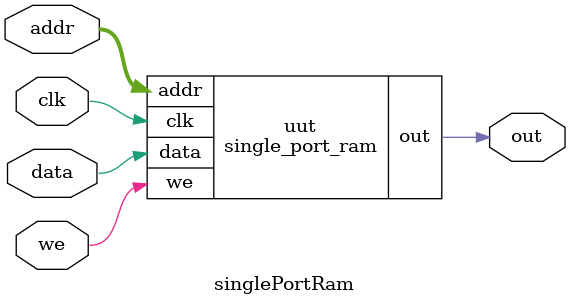
<source format=v>
/*********************************************************************

# Description: Renaming depth-split singlePortRam to single_port_ram #

#			   to be recognized by VTR flow CAD tools. This file  	 #

#			   is executed by the Yosys synthesis flow once the      #

#			   single_port_ram.v is executed.		  	  			 #

#																  	 #

# Author: Seyed Alireza Damghani (sdamghann@gmail.com)   		 	 #

*********************************************************************/



`timescale 1ps/1ps



`define MEM_MAXADDR 11

`define MEM_MAXDATA 36



// depth and data may need to be splited

module singlePortRam(clk, we, addr, data, out);



    parameter ADDR_WIDTH = `MEM_MAXADDR;

    parameter DATA_WIDTH = 1;



    input clk;

    input we;

    input [ADDR_WIDTH - 1:0] addr;

    input [DATA_WIDTH - 1:0] data;

    

    output reg [DATA_WIDTH - 1:0] out;    



	single_port_ram uut (

                    .clk(clk), 

                    .we(we), 

                    .addr(addr), 

                    .data(data), 

                    .out(out)

                );



endmodule



(* blackbox *)

module single_port_ram(clk, data, addr, we, out);



    localparam ADDR_WIDTH = `MEM_MAXADDR;

    localparam DATA_WIDTH = 1;



    input clk;

    input we;

    input [ADDR_WIDTH-1:0] addr;

    input [DATA_WIDTH-1:0] data;

    

    output reg [DATA_WIDTH-1:0] out;

    /*

    reg [DATA_WIDTH-1:0] RAM [(1<<ADDR_WIDTH)-1:0];



    always @(posedge clk)

    begin

        if (we)

                RAM[addr] <= data;

                

        out <= RAM[addr];

    end

    */

endmodule

</source>
